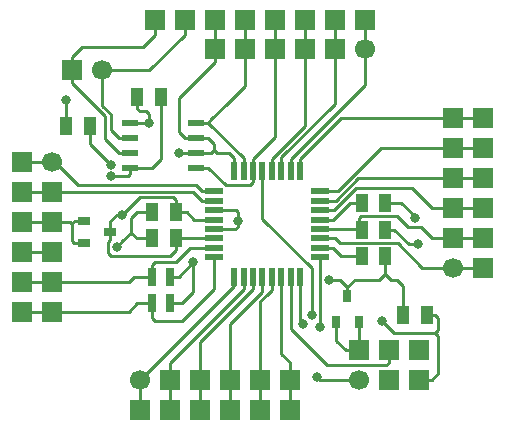
<source format=gbr>
G04 #@! TF.GenerationSoftware,KiCad,Pcbnew,(5.0.0-3-g5ebb6b6)*
G04 #@! TF.CreationDate,2019-02-10T22:35:18+03:00*
G04 #@! TF.ProjectId,mad,6D61642E6B696361645F706362000000,rev?*
G04 #@! TF.SameCoordinates,Original*
G04 #@! TF.FileFunction,Copper,L1,Top,Signal*
G04 #@! TF.FilePolarity,Positive*
%FSLAX46Y46*%
G04 Gerber Fmt 4.6, Leading zero omitted, Abs format (unit mm)*
G04 Created by KiCad (PCBNEW (5.0.0-3-g5ebb6b6)) date *
%MOMM*%
%LPD*%
G01*
G04 APERTURE LIST*
G04 #@! TA.AperFunction,ComponentPad*
%ADD10R,1.700000X1.700000*%
G04 #@! TD*
G04 #@! TA.AperFunction,SMDPad,CuDef*
%ADD11R,1.473200X0.609600*%
G04 #@! TD*
G04 #@! TA.AperFunction,SMDPad,CuDef*
%ADD12R,0.550000X1.500000*%
G04 #@! TD*
G04 #@! TA.AperFunction,SMDPad,CuDef*
%ADD13R,1.500000X0.550000*%
G04 #@! TD*
G04 #@! TA.AperFunction,SMDPad,CuDef*
%ADD14R,1.000000X1.500000*%
G04 #@! TD*
G04 #@! TA.AperFunction,SMDPad,CuDef*
%ADD15R,0.750000X1.500000*%
G04 #@! TD*
G04 #@! TA.AperFunction,SMDPad,CuDef*
%ADD16R,1.100000X0.800000*%
G04 #@! TD*
G04 #@! TA.AperFunction,SMDPad,CuDef*
%ADD17R,0.800000X1.100000*%
G04 #@! TD*
G04 #@! TA.AperFunction,ComponentPad*
%ADD18C,1.700000*%
G04 #@! TD*
G04 #@! TA.AperFunction,ViaPad*
%ADD19C,0.800000*%
G04 #@! TD*
G04 #@! TA.AperFunction,Conductor*
%ADD20C,0.250000*%
G04 #@! TD*
G04 APERTURE END LIST*
D10*
G04 #@! TO.P,X4,8*
G04 #@! TO.N,/RS_B*
X60970000Y-44000000D03*
G04 #@! TO.P,X4,7*
G04 #@! TO.N,/RS_A*
X63510000Y-44000000D03*
G04 #@! TO.P,X4,6*
G04 #@! TO.N,/EN*
X66050000Y-44000000D03*
G04 #@! TO.P,X4,5*
G04 #@! TO.N,/TX*
X68590000Y-44000000D03*
G04 #@! TO.P,X4,4*
G04 #@! TO.N,/RX*
X71130000Y-44000000D03*
G04 #@! TO.P,X4,3*
G04 #@! TO.N,/PC5*
X73670000Y-44000000D03*
G04 #@! TO.P,X4,2*
G04 #@! TO.N,/PC4*
X76210000Y-44000000D03*
G04 #@! TO.P,X4,1*
G04 #@! TO.N,/PC3*
X78750000Y-44000000D03*
G04 #@! TD*
D11*
G04 #@! TO.P,DD2,8*
G04 #@! TO.N,/VCC*
X58912000Y-56500000D03*
G04 #@! TO.P,DD2,7*
G04 #@! TO.N,/RS_B*
X58912000Y-55230000D03*
G04 #@! TO.P,DD2,6*
G04 #@! TO.N,/RS_A*
X58912000Y-53960000D03*
G04 #@! TO.P,DD2,5*
G04 #@! TO.N,/GND*
X58912000Y-52690000D03*
G04 #@! TO.P,DD2,4*
G04 #@! TO.N,/TX*
X64500000Y-52690000D03*
G04 #@! TO.P,DD2,3*
G04 #@! TO.N,/EN*
X64500000Y-53960000D03*
G04 #@! TO.P,DD2,2*
X64500000Y-55230000D03*
G04 #@! TO.P,DD2,1*
G04 #@! TO.N,/RX*
X64500000Y-56500000D03*
G04 #@! TD*
D12*
G04 #@! TO.P,DD1,32*
G04 #@! TO.N,/EN*
X67700000Y-56750000D03*
G04 #@! TO.P,DD1,31*
G04 #@! TO.N,/TX*
X68500000Y-56750000D03*
G04 #@! TO.P,DD1,30*
G04 #@! TO.N,/RX*
X69300000Y-56750000D03*
G04 #@! TO.P,DD1,29*
G04 #@! TO.N,/RES*
X70100000Y-56750000D03*
G04 #@! TO.P,DD1,28*
G04 #@! TO.N,/PC5*
X70900000Y-56750000D03*
G04 #@! TO.P,DD1,27*
G04 #@! TO.N,/PC4*
X71700000Y-56750000D03*
G04 #@! TO.P,DD1,26*
G04 #@! TO.N,/PC3*
X72500000Y-56750000D03*
G04 #@! TO.P,DD1,25*
G04 #@! TO.N,/PC2*
X73300000Y-56750000D03*
D13*
G04 #@! TO.P,DD1,24*
G04 #@! TO.N,/PC1*
X75000000Y-58500000D03*
G04 #@! TO.P,DD1,23*
G04 #@! TO.N,/PC0*
X75000000Y-59300000D03*
G04 #@! TO.P,DD1,22*
G04 #@! TO.N,/ADC7*
X75000000Y-60100000D03*
G04 #@! TO.P,DD1,21*
G04 #@! TO.N,/A_GND*
X75000000Y-60900000D03*
G04 #@! TO.P,DD1,20*
G04 #@! TO.N,/AREF*
X75000000Y-61700000D03*
G04 #@! TO.P,DD1,19*
G04 #@! TO.N,/ADC6*
X75000000Y-62500000D03*
G04 #@! TO.P,DD1,18*
G04 #@! TO.N,/A_VCC*
X75000000Y-63300000D03*
G04 #@! TO.P,DD1,17*
G04 #@! TO.N,/SCK*
X75000000Y-64100000D03*
D12*
G04 #@! TO.P,DD1,16*
G04 #@! TO.N,/MISO*
X73300000Y-65800000D03*
G04 #@! TO.P,DD1,15*
G04 #@! TO.N,/MOSI*
X72500000Y-65800000D03*
G04 #@! TO.P,DD1,14*
G04 #@! TO.N,/PB2*
X71700000Y-65800000D03*
G04 #@! TO.P,DD1,13*
G04 #@! TO.N,/PB1*
X70900000Y-65800000D03*
G04 #@! TO.P,DD1,12*
G04 #@! TO.N,/PB0*
X70100000Y-65800000D03*
G04 #@! TO.P,DD1,11*
G04 #@! TO.N,/PD7*
X69300000Y-65800000D03*
G04 #@! TO.P,DD1,10*
G04 #@! TO.N,/PD6*
X68500000Y-65800000D03*
G04 #@! TO.P,DD1,9*
G04 #@! TO.N,/PD5*
X67700000Y-65800000D03*
D13*
G04 #@! TO.P,DD1,8*
G04 #@! TO.N,/PB7*
X66000000Y-64100000D03*
G04 #@! TO.P,DD1,7*
G04 #@! TO.N,/PB6*
X66000000Y-63300000D03*
G04 #@! TO.P,DD1,6*
G04 #@! TO.N,/VCC*
X66000000Y-62500000D03*
G04 #@! TO.P,DD1,5*
G04 #@! TO.N,/GND*
X66000000Y-61700000D03*
G04 #@! TO.P,DD1,4*
G04 #@! TO.N,/VCC*
X66000000Y-60900000D03*
G04 #@! TO.P,DD1,3*
G04 #@! TO.N,/GND*
X66000000Y-60100000D03*
G04 #@! TO.P,DD1,2*
G04 #@! TO.N,/PD4*
X66000000Y-59300000D03*
G04 #@! TO.P,DD1,1*
G04 #@! TO.N,/PD3*
X66000000Y-58500000D03*
G04 #@! TD*
D14*
G04 #@! TO.P,C1,2*
G04 #@! TO.N,/VCC*
X62750000Y-60250000D03*
G04 #@! TO.P,C1,1*
G04 #@! TO.N,/GND*
X60750000Y-60250000D03*
G04 #@! TD*
G04 #@! TO.P,C2,1*
G04 #@! TO.N,/GND*
X60750000Y-62500000D03*
G04 #@! TO.P,C2,2*
G04 #@! TO.N,/VCC*
X62750000Y-62500000D03*
G04 #@! TD*
G04 #@! TO.P,C3,2*
G04 #@! TO.N,/VCC*
X61500000Y-50500000D03*
G04 #@! TO.P,C3,1*
G04 #@! TO.N,/GND*
X59500000Y-50500000D03*
G04 #@! TD*
G04 #@! TO.P,C4,1*
G04 #@! TO.N,/GND*
X80500000Y-61750000D03*
G04 #@! TO.P,C4,2*
G04 #@! TO.N,/AREF*
X78500000Y-61750000D03*
G04 #@! TD*
D15*
G04 #@! TO.P,C5,1*
G04 #@! TO.N,/GND*
X62250000Y-65750000D03*
G04 #@! TO.P,C5,2*
G04 #@! TO.N,/PB6*
X60750000Y-65750000D03*
G04 #@! TD*
G04 #@! TO.P,C6,2*
G04 #@! TO.N,/PB7*
X60750000Y-68000000D03*
G04 #@! TO.P,C6,1*
G04 #@! TO.N,/GND*
X62250000Y-68000000D03*
G04 #@! TD*
D14*
G04 #@! TO.P,L1,1*
G04 #@! TO.N,/A_VCC*
X78500000Y-64000000D03*
G04 #@! TO.P,L1,2*
G04 #@! TO.N,/VCC*
X80500000Y-64000000D03*
G04 #@! TD*
G04 #@! TO.P,L2,2*
G04 #@! TO.N,/GND*
X80500000Y-59500000D03*
G04 #@! TO.P,L2,1*
G04 #@! TO.N,/A_GND*
X78500000Y-59500000D03*
G04 #@! TD*
G04 #@! TO.P,R1,1*
G04 #@! TO.N,/EN*
X55500000Y-53000000D03*
G04 #@! TO.P,R1,2*
G04 #@! TO.N,/GND*
X53500000Y-53000000D03*
G04 #@! TD*
G04 #@! TO.P,R2,2*
G04 #@! TO.N,/VCC*
X82000000Y-69000000D03*
G04 #@! TO.P,R2,1*
G04 #@! TO.N,/RES*
X84000000Y-69000000D03*
G04 #@! TD*
D16*
G04 #@! TO.P,VD1,1*
G04 #@! TO.N,/VCC_IN*
X55000000Y-61000000D03*
X55000000Y-62900000D03*
G04 #@! TO.P,VD1,2*
G04 #@! TO.N,/VCC*
X57200000Y-61950000D03*
G04 #@! TD*
D17*
G04 #@! TO.P,VD2,2*
G04 #@! TO.N,/VCC*
X77300000Y-67400000D03*
G04 #@! TO.P,VD2,1*
G04 #@! TO.N,/VCC_prog*
X78250000Y-69600000D03*
X76350000Y-69600000D03*
G04 #@! TD*
D18*
G04 #@! TO.P,XP1,1*
G04 #@! TO.N,/MISO*
X78250000Y-74500000D03*
D10*
G04 #@! TO.P,XP1,3*
G04 #@! TO.N,/SCK*
X80790000Y-74500000D03*
G04 #@! TO.P,XP1,5*
G04 #@! TO.N,/RES*
X83330000Y-74500000D03*
G04 #@! TO.P,XP1,2*
G04 #@! TO.N,/VCC_prog*
X78250000Y-71960000D03*
G04 #@! TO.P,XP1,4*
G04 #@! TO.N,/MOSI*
X80790000Y-71960000D03*
G04 #@! TO.P,XP1,6*
G04 #@! TO.N,/GND*
X83330000Y-71960000D03*
G04 #@! TD*
D18*
G04 #@! TO.P,XP2,1*
G04 #@! TO.N,/PD3*
X52250000Y-56000000D03*
D10*
G04 #@! TO.P,XP2,2*
G04 #@! TO.N,/PD4*
X52250000Y-58540000D03*
G04 #@! TO.P,XP2,3*
G04 #@! TO.N,/VCC_IN*
X52250000Y-61080000D03*
G04 #@! TO.P,XP2,4*
G04 #@! TO.N,/GND*
X52250000Y-63620000D03*
G04 #@! TO.P,XP2,5*
G04 #@! TO.N,/PB6*
X52250000Y-66160000D03*
G04 #@! TO.P,XP2,6*
G04 #@! TO.N,/PB7*
X52250000Y-68700000D03*
G04 #@! TD*
G04 #@! TO.P,XP3,6*
G04 #@! TO.N,/PB2*
X72450000Y-74500000D03*
G04 #@! TO.P,XP3,5*
G04 #@! TO.N,/PB1*
X69910000Y-74500000D03*
G04 #@! TO.P,XP3,4*
G04 #@! TO.N,/PB0*
X67370000Y-74500000D03*
G04 #@! TO.P,XP3,3*
G04 #@! TO.N,/PD7*
X64830000Y-74500000D03*
G04 #@! TO.P,XP3,2*
G04 #@! TO.N,/PD6*
X62290000Y-74500000D03*
D18*
G04 #@! TO.P,XP3,1*
G04 #@! TO.N,/PD5*
X59750000Y-74500000D03*
G04 #@! TD*
D10*
G04 #@! TO.P,XP4,6*
G04 #@! TO.N,/PC2*
X86250000Y-52300000D03*
G04 #@! TO.P,XP4,5*
G04 #@! TO.N,/PC1*
X86250000Y-54840000D03*
G04 #@! TO.P,XP4,4*
G04 #@! TO.N,/PC0*
X86250000Y-57380000D03*
G04 #@! TO.P,XP4,3*
G04 #@! TO.N,/ADC7*
X86250000Y-59920000D03*
G04 #@! TO.P,XP4,2*
G04 #@! TO.N,/AREF*
X86250000Y-62460000D03*
D18*
G04 #@! TO.P,XP4,1*
G04 #@! TO.N,/ADC6*
X86250000Y-65000000D03*
G04 #@! TD*
G04 #@! TO.P,XP5,1*
G04 #@! TO.N,/PC3*
X78750000Y-46500000D03*
D10*
G04 #@! TO.P,XP5,2*
G04 #@! TO.N,/PC4*
X76210000Y-46500000D03*
G04 #@! TO.P,XP5,3*
G04 #@! TO.N,/PC5*
X73670000Y-46500000D03*
G04 #@! TO.P,XP5,4*
G04 #@! TO.N,/RX*
X71130000Y-46500000D03*
G04 #@! TO.P,XP5,5*
G04 #@! TO.N,/TX*
X68590000Y-46500000D03*
G04 #@! TO.P,XP5,6*
G04 #@! TO.N,/EN*
X66050000Y-46500000D03*
G04 #@! TD*
G04 #@! TO.P,X1,1*
G04 #@! TO.N,/PD3*
X49750000Y-56000000D03*
G04 #@! TO.P,X1,2*
G04 #@! TO.N,/PD4*
X49750000Y-58540000D03*
G04 #@! TO.P,X1,3*
G04 #@! TO.N,/VCC_IN*
X49750000Y-61080000D03*
G04 #@! TO.P,X1,4*
G04 #@! TO.N,/GND*
X49750000Y-63620000D03*
G04 #@! TO.P,X1,5*
G04 #@! TO.N,/PB6*
X49750000Y-66160000D03*
G04 #@! TO.P,X1,6*
G04 #@! TO.N,/PB7*
X49750000Y-68700000D03*
G04 #@! TD*
G04 #@! TO.P,X2,6*
G04 #@! TO.N,/PB2*
X72450000Y-77000000D03*
G04 #@! TO.P,X2,5*
G04 #@! TO.N,/PB1*
X69910000Y-77000000D03*
G04 #@! TO.P,X2,4*
G04 #@! TO.N,/PB0*
X67370000Y-77000000D03*
G04 #@! TO.P,X2,3*
G04 #@! TO.N,/PD7*
X64830000Y-77000000D03*
G04 #@! TO.P,X2,2*
G04 #@! TO.N,/PD6*
X62290000Y-77000000D03*
G04 #@! TO.P,X2,1*
G04 #@! TO.N,/PD5*
X59750000Y-77000000D03*
G04 #@! TD*
G04 #@! TO.P,X3,1*
G04 #@! TO.N,/ADC6*
X88750000Y-65000000D03*
G04 #@! TO.P,X3,2*
G04 #@! TO.N,/AREF*
X88750000Y-62460000D03*
G04 #@! TO.P,X3,3*
G04 #@! TO.N,/ADC7*
X88750000Y-59920000D03*
G04 #@! TO.P,X3,4*
G04 #@! TO.N,/PC0*
X88750000Y-57380000D03*
G04 #@! TO.P,X3,5*
G04 #@! TO.N,/PC1*
X88750000Y-54840000D03*
G04 #@! TO.P,X3,6*
G04 #@! TO.N,/PC2*
X88750000Y-52300000D03*
G04 #@! TD*
D18*
G04 #@! TO.P,XT1,1*
G04 #@! TO.N,/RS_A*
X56500000Y-48250000D03*
D10*
G04 #@! TO.P,XT1,2*
G04 #@! TO.N,/RS_B*
X53960000Y-48250000D03*
G04 #@! TD*
D19*
G04 #@! TO.N,/VCC*
X57250000Y-57250000D03*
X75750000Y-66000000D03*
X58250000Y-60500000D03*
G04 #@! TO.N,/GND*
X60500000Y-52750000D03*
X57750000Y-63250000D03*
X83000000Y-60750000D03*
X83250000Y-63000000D03*
X68000000Y-61000000D03*
X64250000Y-64500000D03*
G04 #@! TO.N,/MISO*
X73500000Y-69750000D03*
X74737347Y-74262653D03*
G04 #@! TO.N,/SCK*
X75015152Y-69984848D03*
G04 #@! TO.N,/RES*
X74275000Y-69000000D03*
X80250000Y-69500000D03*
G04 #@! TO.N,/EN*
X63000000Y-55250000D03*
X57250000Y-56250000D03*
G04 #@! TO.N,/GND*
X53500000Y-50750000D03*
G04 #@! TD*
D20*
G04 #@! TO.N,/VCC*
X63676998Y-60250000D02*
X62750000Y-60250000D01*
X64326998Y-60900000D02*
X63676998Y-60250000D01*
X66000000Y-60900000D02*
X64326998Y-60900000D01*
X66000000Y-62500000D02*
X62750000Y-62500000D01*
X60750000Y-56500000D02*
X61500000Y-55750000D01*
X58912000Y-56500000D02*
X60750000Y-56500000D01*
X61500000Y-50500000D02*
X61500000Y-53000000D01*
X61500000Y-55750000D02*
X61500000Y-53000000D01*
X77300000Y-66600000D02*
X77900000Y-66000000D01*
X77300000Y-67400000D02*
X77300000Y-66600000D01*
X77900000Y-66000000D02*
X79750000Y-66000000D01*
X76700000Y-66000000D02*
X76950000Y-66250000D01*
X77300000Y-66600000D02*
X76950000Y-66250000D01*
X75750000Y-66000000D02*
X76700000Y-66000000D01*
X58912000Y-57054800D02*
X58912000Y-56500000D01*
X58716800Y-57250000D02*
X58912000Y-57054800D01*
X57250000Y-57250000D02*
X58716800Y-57250000D01*
X80000000Y-66000000D02*
X79750000Y-66000000D01*
X80500000Y-65500000D02*
X80000000Y-66000000D01*
X80500000Y-65500000D02*
X81000000Y-66000000D01*
X80500000Y-64000000D02*
X80500000Y-65500000D01*
X81500000Y-66000000D02*
X81000000Y-66000000D01*
X82000000Y-66500000D02*
X81500000Y-66000000D01*
X82000000Y-69000000D02*
X82000000Y-66500000D01*
X59750000Y-59000000D02*
X58250000Y-60500000D01*
X62500000Y-59000000D02*
X59750000Y-59000000D01*
X62750000Y-59250000D02*
X62500000Y-59000000D01*
X62750000Y-60250000D02*
X62750000Y-59250000D01*
X62750000Y-63500000D02*
X62750000Y-62500000D01*
X62250000Y-64000000D02*
X62750000Y-63500000D01*
X57000000Y-63750000D02*
X57250000Y-64000000D01*
X57000000Y-62800000D02*
X57000000Y-63750000D01*
X57200000Y-61950000D02*
X57200000Y-62600000D01*
X57250000Y-64000000D02*
X62250000Y-64000000D01*
X57200000Y-62600000D02*
X57000000Y-62800000D01*
X57200000Y-61950000D02*
X57200000Y-61050000D01*
X57200000Y-61050000D02*
X57750000Y-60500000D01*
X57750000Y-60500000D02*
X58250000Y-60500000D01*
G04 #@! TO.N,/GND*
X60440000Y-52690000D02*
X60500000Y-52750000D01*
X58912000Y-52690000D02*
X60440000Y-52690000D01*
X60750000Y-60250000D02*
X59500000Y-60250000D01*
X59500000Y-60250000D02*
X59000000Y-60750000D01*
X59000000Y-62000000D02*
X58250000Y-62750000D01*
X59000000Y-60750000D02*
X59000000Y-61250000D01*
X58250000Y-62750000D02*
X57750000Y-63250000D01*
X59000000Y-62000000D02*
X59500000Y-62500000D01*
X59000000Y-61500000D02*
X59000000Y-62000000D01*
X59000000Y-61250000D02*
X59000000Y-61500000D01*
X60750000Y-62500000D02*
X59500000Y-62500000D01*
X60500000Y-52000000D02*
X60500000Y-52750000D01*
X59500000Y-50500000D02*
X59500000Y-51500000D01*
X59500000Y-51500000D02*
X59750000Y-51750000D01*
X60250000Y-51750000D02*
X60500000Y-52000000D01*
X59750000Y-51750000D02*
X60250000Y-51750000D01*
X81863590Y-59500000D02*
X83000000Y-60636410D01*
X83000000Y-60636410D02*
X83000000Y-60750000D01*
X80250000Y-59500000D02*
X81863590Y-59500000D01*
G04 #@! TO.N,/VCC_IN*
X51400000Y-61080000D02*
X50175010Y-61080000D01*
X52500000Y-61080000D02*
X51400000Y-61080000D01*
G04 #@! TO.N,/GND*
X66000000Y-61700000D02*
X67800000Y-61700000D01*
X67800000Y-61700000D02*
X68000000Y-61500000D01*
X68000000Y-61500000D02*
X68000000Y-61000000D01*
X66000000Y-60100000D02*
X67850000Y-60100000D01*
X68000000Y-60250000D02*
X68000000Y-61000000D01*
X67850000Y-60100000D02*
X68000000Y-60250000D01*
X63250000Y-68000000D02*
X63750000Y-67500000D01*
X62250000Y-68000000D02*
X63250000Y-68000000D01*
X63000000Y-65750000D02*
X64250000Y-64500000D01*
X62250000Y-65750000D02*
X63000000Y-65750000D01*
X64250000Y-67000000D02*
X63750000Y-67500000D01*
X64250000Y-64500000D02*
X64250000Y-67000000D01*
X80500000Y-61750000D02*
X81250000Y-61750000D01*
X81250000Y-61750000D02*
X82500000Y-63000000D01*
X83250000Y-63000000D02*
X82500000Y-63000000D01*
G04 #@! TO.N,/AREF*
X78424999Y-60575001D02*
X78250000Y-60750000D01*
X78250000Y-60750000D02*
X78250000Y-61750000D01*
X81500000Y-60575001D02*
X78424999Y-60575001D01*
X82424999Y-61500000D02*
X81500000Y-60575001D01*
X83000000Y-61500000D02*
X82424999Y-61500000D01*
X84460000Y-62460000D02*
X83500000Y-61500000D01*
X86000000Y-62460000D02*
X84460000Y-62460000D01*
X83500000Y-61500000D02*
X83000000Y-61500000D01*
X87100000Y-62460000D02*
X88324990Y-62460000D01*
X86000000Y-62460000D02*
X87100000Y-62460000D01*
X78450000Y-61700000D02*
X78500000Y-61750000D01*
X75000000Y-61700000D02*
X78450000Y-61700000D01*
G04 #@! TO.N,/PB6*
X52500000Y-66160000D02*
X58840000Y-66160000D01*
X63950000Y-63300000D02*
X66000000Y-63300000D01*
X62750000Y-64500000D02*
X63950000Y-63300000D01*
X60750000Y-64750000D02*
X61000000Y-64500000D01*
X61000000Y-64500000D02*
X62750000Y-64500000D01*
X60750000Y-65750000D02*
X60750000Y-64750000D01*
X59250000Y-65750000D02*
X59000000Y-66000000D01*
X60750000Y-65750000D02*
X59250000Y-65750000D01*
X58840000Y-66160000D02*
X59000000Y-66000000D01*
X51400000Y-66160000D02*
X50175010Y-66160000D01*
X52500000Y-66160000D02*
X51400000Y-66160000D01*
G04 #@! TO.N,/PB7*
X52500000Y-68700000D02*
X58800000Y-68700000D01*
X60125000Y-68000000D02*
X59500000Y-68000000D01*
X60750000Y-68000000D02*
X60125000Y-68000000D01*
X58800000Y-68700000D02*
X59500000Y-68000000D01*
X51400000Y-68700000D02*
X50175010Y-68700000D01*
X52500000Y-68700000D02*
X51400000Y-68700000D01*
X60750000Y-69250000D02*
X60750000Y-68000000D01*
X61000000Y-69500000D02*
X60750000Y-69250000D01*
X63250000Y-69500000D02*
X61000000Y-69500000D01*
X66000000Y-66750000D02*
X63250000Y-69500000D01*
X66000000Y-64100000D02*
X66000000Y-66750000D01*
G04 #@! TO.N,/MOSI*
X80790000Y-73060000D02*
X80790000Y-71960000D01*
X80600000Y-73250000D02*
X80790000Y-73060000D01*
X75573002Y-73250000D02*
X80600000Y-73250000D01*
X72500000Y-70176998D02*
X75573002Y-73250000D01*
X72500000Y-65800000D02*
X72500000Y-70176998D01*
G04 #@! TO.N,/MISO*
X73300000Y-69550000D02*
X73500000Y-69750000D01*
X73300000Y-65800000D02*
X73300000Y-69550000D01*
X74974694Y-74500000D02*
X74737347Y-74262653D01*
X78250000Y-74500000D02*
X74974694Y-74500000D01*
G04 #@! TO.N,/SCK*
X75000000Y-69969696D02*
X75015152Y-69984848D01*
X75000000Y-64100000D02*
X75000000Y-69969696D01*
G04 #@! TO.N,/A_VCC*
X76050000Y-63300000D02*
X75000000Y-63300000D01*
X76750000Y-64000000D02*
X76050000Y-63300000D01*
X78500000Y-64000000D02*
X76750000Y-64000000D01*
G04 #@! TO.N,/ADC6*
X76250000Y-62500000D02*
X75000000Y-62500000D01*
X76674999Y-62924999D02*
X76250000Y-62500000D01*
X81538589Y-62924999D02*
X76674999Y-62924999D01*
X83613590Y-65000000D02*
X81538589Y-62924999D01*
X86000000Y-65000000D02*
X83613590Y-65000000D01*
X87202081Y-65000000D02*
X88324990Y-65000000D01*
X86000000Y-65000000D02*
X87202081Y-65000000D01*
G04 #@! TO.N,/A_GND*
X75000000Y-60900000D02*
X76100000Y-60900000D01*
X76100000Y-60900000D02*
X77500000Y-59500000D01*
X77750000Y-59500000D02*
X78500000Y-59500000D01*
X77500000Y-59500000D02*
X77750000Y-59500000D01*
X77750000Y-59500000D02*
X78250000Y-59500000D01*
G04 #@! TO.N,/ADC7*
X86000000Y-59920000D02*
X88324990Y-59920000D01*
G04 #@! TO.N,/PC0*
X86000000Y-57380000D02*
X88324990Y-57380000D01*
G04 #@! TO.N,/PC1*
X86000000Y-54840000D02*
X88324990Y-54840000D01*
G04 #@! TO.N,/PC2*
X84900000Y-52300000D02*
X86000000Y-52300000D01*
X73300000Y-55750000D02*
X76750000Y-52300000D01*
X76750000Y-52300000D02*
X84900000Y-52300000D01*
X73300000Y-56750000D02*
X73300000Y-55750000D01*
X87100000Y-52300000D02*
X88324990Y-52300000D01*
X86000000Y-52300000D02*
X87100000Y-52300000D01*
G04 #@! TO.N,/PC3*
X72500000Y-55750000D02*
X78500000Y-49750000D01*
X78750000Y-46500000D02*
X78750000Y-44425010D01*
G04 #@! TO.N,/PC4*
X76210000Y-46500000D02*
X76210000Y-44425010D01*
G04 #@! TO.N,/PC5*
X73670000Y-46500000D02*
X73670000Y-44425010D01*
G04 #@! TO.N,/RES*
X70100000Y-56750000D02*
X70100000Y-60850000D01*
X74275000Y-65025000D02*
X74275000Y-69000000D01*
X70100000Y-60850000D02*
X74275000Y-65025000D01*
X84430000Y-74500000D02*
X83330000Y-74500000D01*
X85000000Y-73930000D02*
X84430000Y-74500000D01*
X84750000Y-69000000D02*
X85000000Y-69250000D01*
X84000000Y-69000000D02*
X84750000Y-69000000D01*
X85000000Y-71250000D02*
X85000000Y-70750000D01*
X85000000Y-71250000D02*
X85000000Y-73930000D01*
X85000000Y-70750000D02*
X84750000Y-70500000D01*
X81250000Y-70500000D02*
X80250000Y-69500000D01*
X84750000Y-70500000D02*
X85000000Y-70250000D01*
X84000000Y-70500000D02*
X84750000Y-70500000D01*
X84000000Y-70500000D02*
X81250000Y-70500000D01*
X85000000Y-69250000D02*
X85000000Y-70250000D01*
G04 #@! TO.N,/RX*
X69300000Y-57750000D02*
X69300000Y-56750000D01*
X69050000Y-58000000D02*
X69300000Y-57750000D01*
X65486600Y-56500000D02*
X66986600Y-58000000D01*
X66986600Y-58000000D02*
X69050000Y-58000000D01*
X64500000Y-56500000D02*
X65486600Y-56500000D01*
X69300000Y-55750000D02*
X69300000Y-56750000D01*
X71130000Y-46500000D02*
X71130000Y-44425010D01*
X70500000Y-54550000D02*
X69300000Y-55750000D01*
X71130000Y-53920000D02*
X70500000Y-54550000D01*
X71130000Y-46500000D02*
X71130000Y-53920000D01*
G04 #@! TO.N,/TX*
X68500000Y-55703400D02*
X68500000Y-55750000D01*
X65486600Y-52690000D02*
X68500000Y-55703400D01*
X68500000Y-55750000D02*
X68500000Y-56750000D01*
X64500000Y-52690000D02*
X65486600Y-52690000D01*
X65750000Y-52426600D02*
X66340000Y-51836600D01*
X65486600Y-52690000D02*
X65750000Y-52426600D01*
X68590000Y-45400000D02*
X68590000Y-44425010D01*
X68590000Y-46500000D02*
X68590000Y-45400000D01*
X68590000Y-49586600D02*
X67176600Y-51000000D01*
X68590000Y-46500000D02*
X68590000Y-49586600D01*
X67176600Y-51000000D02*
X65750000Y-52426600D01*
X68340000Y-49836600D02*
X67176600Y-51000000D01*
G04 #@! TO.N,/EN*
X67700000Y-56750000D02*
X67700000Y-55700000D01*
X67700000Y-55700000D02*
X67230000Y-55230000D01*
X65486600Y-53960000D02*
X66000000Y-54473400D01*
X64500000Y-53960000D02*
X65486600Y-53960000D01*
X66000000Y-54473400D02*
X66000000Y-55000000D01*
X65770000Y-55230000D02*
X66000000Y-55000000D01*
X65500000Y-55230000D02*
X65770000Y-55230000D01*
X65500000Y-55230000D02*
X64500000Y-55230000D01*
X66500000Y-55230000D02*
X66230000Y-55230000D01*
X67230000Y-55230000D02*
X66500000Y-55230000D01*
X66230000Y-55230000D02*
X66000000Y-55000000D01*
X63020000Y-55230000D02*
X63000000Y-55250000D01*
X64500000Y-55230000D02*
X63020000Y-55230000D01*
X63513400Y-53960000D02*
X63000000Y-53446600D01*
X64500000Y-53960000D02*
X63513400Y-53960000D01*
X63000000Y-53446600D02*
X63000000Y-51750000D01*
X66050000Y-45400000D02*
X66050000Y-44425010D01*
X66050000Y-46500000D02*
X66050000Y-45400000D01*
X63000000Y-50650000D02*
X63000000Y-51000000D01*
X66050000Y-46500000D02*
X66050000Y-47600000D01*
X63000000Y-51000000D02*
X63000000Y-51750000D01*
X66050000Y-47600000D02*
X63000000Y-50650000D01*
X55500000Y-54500000D02*
X57250000Y-56250000D01*
X55500000Y-53000000D02*
X55500000Y-54500000D01*
G04 #@! TO.N,/RS_B*
X60970000Y-45280000D02*
X60970000Y-44425010D01*
X60000000Y-46250000D02*
X60970000Y-45280000D01*
X59500000Y-46250000D02*
X60000000Y-46250000D01*
X59500000Y-46250000D02*
X59750000Y-46250000D01*
G04 #@! TO.N,/GND*
X52500000Y-63620000D02*
X50175010Y-63620000D01*
X53500000Y-51250000D02*
X53500000Y-53000000D01*
X53500000Y-50750000D02*
X53500000Y-51250000D01*
G04 #@! TO.N,/RS_A*
X63510000Y-45240000D02*
X63510000Y-44425010D01*
X60500000Y-48250000D02*
X63510000Y-45240000D01*
X56500000Y-48250000D02*
X60500000Y-48250000D01*
X56500000Y-49452081D02*
X56500000Y-48250000D01*
X57250000Y-53284600D02*
X57250000Y-52003590D01*
X57925400Y-53960000D02*
X57250000Y-53284600D01*
X56500000Y-51253590D02*
X56500000Y-49452081D01*
X57250000Y-52003590D02*
X56500000Y-51253590D01*
X58912000Y-53960000D02*
X57925400Y-53960000D01*
G04 #@! TO.N,/RS_B*
X53960000Y-47150000D02*
X54860000Y-46250000D01*
X53960000Y-48250000D02*
X53960000Y-47150000D01*
X55500000Y-46250000D02*
X59500000Y-46250000D01*
X54860000Y-46250000D02*
X55500000Y-46250000D01*
X53960000Y-49350000D02*
X53960000Y-48250000D01*
X56750000Y-54054600D02*
X56750000Y-52140000D01*
X56750000Y-52140000D02*
X53960000Y-49350000D01*
X57925400Y-55230000D02*
X56750000Y-54054600D01*
X58912000Y-55230000D02*
X57925400Y-55230000D01*
G04 #@! TO.N,/VCC_IN*
X55000000Y-62900000D02*
X54150000Y-62900000D01*
X54150000Y-62900000D02*
X54000000Y-62750000D01*
X54000000Y-61200000D02*
X54000000Y-61250000D01*
X55000000Y-61000000D02*
X54200000Y-61000000D01*
X54000000Y-62750000D02*
X54000000Y-61500000D01*
X54000000Y-61500000D02*
X54000000Y-61250000D01*
X53600000Y-61080000D02*
X52500000Y-61080000D01*
X53830000Y-61080000D02*
X53600000Y-61080000D01*
X54000000Y-61250000D02*
X53830000Y-61080000D01*
X54000000Y-61200000D02*
X54200000Y-61000000D01*
X54000000Y-61500000D02*
X54000000Y-61200000D01*
G04 #@! TO.N,/VCC_prog*
X78250000Y-71960000D02*
X78250000Y-69600000D01*
X76350000Y-71160000D02*
X76350000Y-70400000D01*
X76350000Y-70400000D02*
X76350000Y-69600000D01*
X77150000Y-71960000D02*
X76350000Y-71160000D01*
X78250000Y-71960000D02*
X77150000Y-71960000D01*
G04 #@! TO.N,/PD5*
X59750000Y-74500000D02*
X59750000Y-76574990D01*
X67700000Y-66550000D02*
X67700000Y-65800000D01*
X59750000Y-74500000D02*
X67700000Y-66550000D01*
G04 #@! TO.N,/PD6*
X68500000Y-65800000D02*
X68500000Y-66800000D01*
X62290000Y-74500000D02*
X62290000Y-76574990D01*
X62290000Y-74500000D02*
X62290000Y-73010000D01*
X62750000Y-72550000D02*
X62540000Y-72760000D01*
X62290000Y-73010000D02*
X62750000Y-72550000D01*
X68500000Y-66800000D02*
X62750000Y-72550000D01*
G04 #@! TO.N,/PD7*
X64830000Y-73400000D02*
X64830000Y-74500000D01*
X69300000Y-65800000D02*
X69300000Y-66800000D01*
X64830000Y-75600000D02*
X64830000Y-76574990D01*
X64830000Y-74500000D02*
X64830000Y-75600000D01*
X64830000Y-71270000D02*
X65350000Y-70750000D01*
X64830000Y-74500000D02*
X64830000Y-71270000D01*
X69300000Y-66800000D02*
X65350000Y-70750000D01*
G04 #@! TO.N,/PB0*
X70100000Y-65800000D02*
X70100000Y-67000000D01*
X67370000Y-74500000D02*
X67370000Y-76574990D01*
X67370000Y-74500000D02*
X67370000Y-69730000D01*
X68000000Y-69100000D02*
X70100000Y-67000000D01*
X67370000Y-69730000D02*
X68000000Y-69100000D01*
G04 #@! TO.N,/PB1*
X70900000Y-65800000D02*
X70900000Y-66836410D01*
X69910000Y-75600000D02*
X69910000Y-76574990D01*
X69910000Y-74500000D02*
X69910000Y-75600000D01*
X69910000Y-67826410D02*
X70486410Y-67250000D01*
X69910000Y-74500000D02*
X69910000Y-67826410D01*
X70900000Y-66836410D02*
X70486410Y-67250000D01*
G04 #@! TO.N,/PB2*
X72450000Y-74500000D02*
X72450000Y-76574990D01*
X72450000Y-74500000D02*
X72450000Y-73000000D01*
X72450000Y-73000000D02*
X71700000Y-72250000D01*
X71700000Y-72250000D02*
X71700000Y-65800000D01*
G04 #@! TO.N,/PD4*
X53600000Y-58540000D02*
X52500000Y-58540000D01*
X64240000Y-58540000D02*
X53600000Y-58540000D01*
X65000000Y-59300000D02*
X64240000Y-58540000D01*
X66000000Y-59300000D02*
X65000000Y-59300000D01*
X52500000Y-58540000D02*
X50175010Y-58540000D01*
G04 #@! TO.N,/PD3*
X65000000Y-58500000D02*
X64500000Y-58000000D01*
X66000000Y-58500000D02*
X65000000Y-58500000D01*
X54500000Y-58000000D02*
X52500000Y-56000000D01*
X64500000Y-58000000D02*
X54500000Y-58000000D01*
X52500000Y-56000000D02*
X50175010Y-56000000D01*
G04 #@! TO.N,/PC5*
X73670000Y-52980000D02*
X73670000Y-47600000D01*
X73670000Y-47600000D02*
X73670000Y-46500000D01*
X70900000Y-55750000D02*
X73670000Y-52980000D01*
X70900000Y-56750000D02*
X70900000Y-55750000D01*
G04 #@! TO.N,/PC4*
X76210000Y-47600000D02*
X76210000Y-46500000D01*
X71700000Y-55586410D02*
X76210000Y-51076410D01*
X76210000Y-51076410D02*
X76210000Y-47600000D01*
X71700000Y-56750000D02*
X71700000Y-55586410D01*
G04 #@! TO.N,/PC3*
X78750000Y-49500000D02*
X78750000Y-48750000D01*
X72500000Y-56750000D02*
X72500000Y-55750000D01*
X78750000Y-48750000D02*
X78750000Y-46500000D01*
X72500000Y-55750000D02*
X78750000Y-49500000D01*
G04 #@! TO.N,/PC1*
X76000000Y-58500000D02*
X75000000Y-58500000D01*
X76477180Y-58500000D02*
X76000000Y-58500000D01*
X80137180Y-54840000D02*
X76477180Y-58500000D01*
X86000000Y-54840000D02*
X80137180Y-54840000D01*
G04 #@! TO.N,/PC0*
X78233590Y-57380000D02*
X78250000Y-57380000D01*
X76313590Y-59300000D02*
X78233590Y-57380000D01*
X75000000Y-59300000D02*
X76313590Y-59300000D01*
X86000000Y-57380000D02*
X78250000Y-57380000D01*
G04 #@! TO.N,/ADC7*
X84420000Y-59920000D02*
X86000000Y-59920000D01*
X82750000Y-58250000D02*
X84420000Y-59920000D01*
X78000000Y-58250000D02*
X82750000Y-58250000D01*
X76150000Y-60100000D02*
X78000000Y-58250000D01*
X75000000Y-60100000D02*
X76150000Y-60100000D01*
G04 #@! TD*
M02*

</source>
